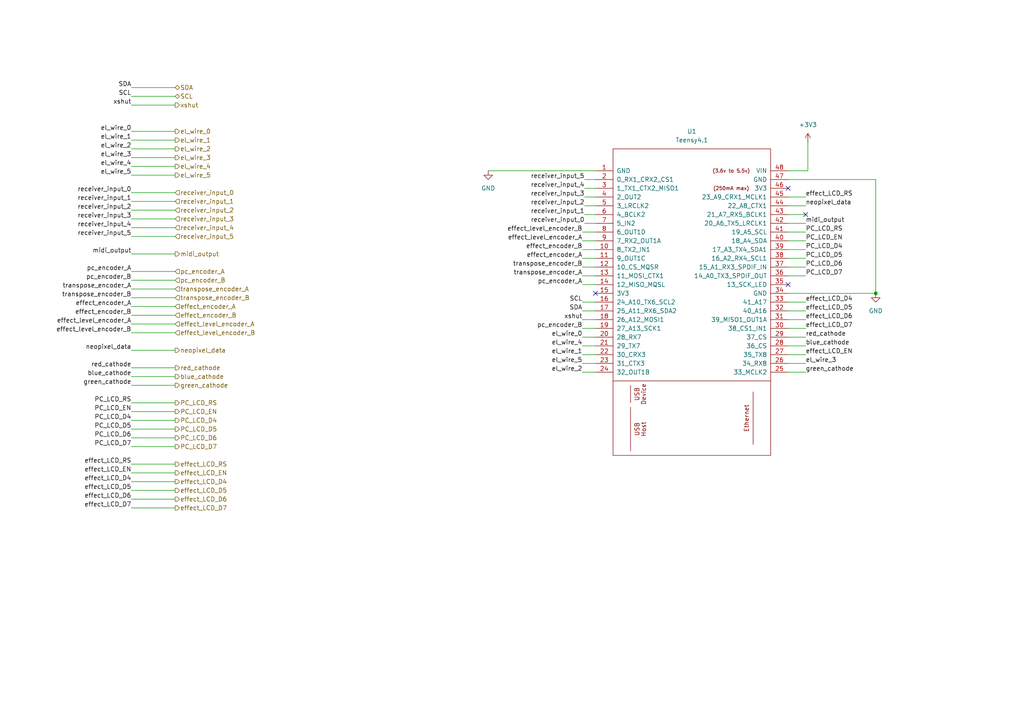
<source format=kicad_sch>
(kicad_sch (version 20211123) (generator eeschema)
  (paper "A4")
  (lib_symbols
    (symbol "power:+3V3" (power) (pin_names (offset 0))
      (property "Value" "+3V3" (at 0 3.556 0))
      (symbol "+3V3_0_1"
        (polyline (pts (xy -0.762 1.27) (xy 0 2.54)))
        (polyline (pts (xy 0 0) (xy 0 2.54)))
        (polyline (pts (xy 0 2.54) (xy 0.762 1.27)))
      )
      (symbol "+3V3_1_1"
        (pin power_in line (at 0 0 90) (length 0) hide (name "+3V3") (number "1"))
      )
    )
    (symbol "power:GND" (power) (pin_names (offset 0))
      (property "Value" "GND" (at 0 -3.81 0))
      (symbol "GND_0_1"
        (polyline (pts (xy 0 0) (xy 0 -1.27) (xy 1.27 -1.27) (xy 0 -2.54) (xy -1.27 -1.27) (xy 0 -1.27)))
      )
      (symbol "GND_1_1"
        (pin power_in line (at 0 0 270) (length 0) hide (name "GND") (number "1"))
      )
    )
    (symbol "teensy:Teensy4.1" (pin_names (offset 1.016))
      (property "Reference" "U" (at 0 64.77 0))
      (property "Value" "Teensy4.1" (at 0 62.23 0))
      (symbol "Teensy4.1_0_0"
        (polyline (pts (xy -22.86 -6.35) (xy 22.86 -6.35)))
        (polyline (pts (xy -17.78 -26.67) (xy -17.78 -13.97)))
        (polyline (pts (xy -17.78 -7.62) (xy -17.78 -12.7)))
        (polyline (pts (xy 17.78 -9.525) (xy 17.78 -24.765)))
        (text "(250mA max)" (at 11.43 49.53 0) (effects (font (size 1.016 1.016))))
        (text "(3.6v to 5.5v)" (at 11.43 54.61 0) (effects (font (size 1.016 1.016))))
        (text "Device" (at -13.97 -10.16 900) (effects (font (size 1.27 1.27))))
        (text "Ethernet" (at 15.875 -17.145 900) (effects (font (size 1.27 1.27))))
        (text "Host" (at -13.97 -20.32 900) (effects (font (size 1.27 1.27))))
        (text "USB" (at -15.875 -20.32 900) (effects (font (size 1.27 1.27))))
        (text "USB" (at -15.875 -10.16 900) (effects (font (size 1.27 1.27))))
        (pin bidirectional line (at -27.94 31.75 0) (length 5.08) (name "8_TX2_IN1") (number "10"))
        (pin bidirectional line (at -27.94 29.21 0) (length 5.08) (name "9_OUT1C") (number "11"))
        (pin bidirectional line (at -27.94 26.67 0) (length 5.08) (name "10_CS_MQSR") (number "12"))
        (pin bidirectional line (at -27.94 24.13 0) (length 5.08) (name "11_MOSI_CTX1") (number "13"))
        (pin bidirectional line (at -27.94 21.59 0) (length 5.08) (name "12_MISO_MQSL") (number "14"))
        (pin power_in line (at -27.94 19.05 0) (length 5.08) (name "3V3") (number "15"))
        (pin bidirectional line (at -27.94 16.51 0) (length 5.08) (name "24_A10_TX6_SCL2") (number "16"))
        (pin bidirectional line (at -27.94 13.97 0) (length 5.08) (name "25_A11_RX6_SDA2") (number "17"))
        (pin bidirectional line (at -27.94 11.43 0) (length 5.08) (name "26_A12_MOSI1") (number "18"))
        (pin bidirectional line (at -27.94 8.89 0) (length 5.08) (name "27_A13_SCK1") (number "19"))
        (pin bidirectional line (at -27.94 6.35 0) (length 5.08) (name "28_RX7") (number "20"))
        (pin bidirectional line (at -27.94 3.81 0) (length 5.08) (name "29_TX7") (number "21"))
        (pin bidirectional line (at -27.94 1.27 0) (length 5.08) (name "30_CRX3") (number "22"))
        (pin bidirectional line (at -27.94 -1.27 0) (length 5.08) (name "31_CTX3") (number "23"))
        (pin bidirectional line (at -27.94 -3.81 0) (length 5.08) (name "32_OUT1B") (number "24"))
        (pin bidirectional line (at 27.94 -3.81 180) (length 5.08) (name "33_MCLK2") (number "25"))
        (pin bidirectional line (at 27.94 -1.27 180) (length 5.08) (name "34_RX8") (number "26"))
        (pin bidirectional line (at 27.94 1.27 180) (length 5.08) (name "35_TX8") (number "27"))
        (pin bidirectional line (at 27.94 3.81 180) (length 5.08) (name "36_CS") (number "28"))
        (pin bidirectional line (at 27.94 6.35 180) (length 5.08) (name "37_CS") (number "29"))
        (pin bidirectional line (at 27.94 8.89 180) (length 5.08) (name "38_CS1_IN1") (number "30"))
        (pin bidirectional line (at 27.94 11.43 180) (length 5.08) (name "39_MISO1_OUT1A") (number "31"))
        (pin bidirectional line (at 27.94 13.97 180) (length 5.08) (name "40_A16") (number "32"))
        (pin bidirectional line (at 27.94 16.51 180) (length 5.08) (name "41_A17") (number "33"))
        (pin bidirectional line (at 27.94 21.59 180) (length 5.08) (name "13_SCK_LED") (number "35"))
        (pin bidirectional line (at 27.94 24.13 180) (length 5.08) (name "14_A0_TX3_SPDIF_OUT") (number "36"))
        (pin bidirectional line (at 27.94 26.67 180) (length 5.08) (name "15_A1_RX3_SPDIF_IN") (number "37"))
        (pin bidirectional line (at 27.94 29.21 180) (length 5.08) (name "16_A2_RX4_SCL1") (number "38"))
        (pin bidirectional line (at 27.94 31.75 180) (length 5.08) (name "17_A3_TX4_SDA1") (number "39"))
        (pin bidirectional line (at 27.94 34.29 180) (length 5.08) (name "18_A4_SDA") (number "40"))
        (pin bidirectional line (at 27.94 36.83 180) (length 5.08) (name "19_A5_SCL") (number "41"))
        (pin bidirectional line (at 27.94 39.37 180) (length 5.08) (name "20_A6_TX5_LRCLK1") (number "42"))
        (pin bidirectional line (at 27.94 41.91 180) (length 5.08) (name "21_A7_RX5_BCLK1") (number "43"))
        (pin bidirectional line (at 27.94 44.45 180) (length 5.08) (name "22_A8_CTX1") (number "44"))
        (pin bidirectional line (at 27.94 46.99 180) (length 5.08) (name "23_A9_CRX1_MCLK1") (number "45"))
        (pin power_out line (at 27.94 49.53 180) (length 5.08) (name "3V3") (number "46"))
        (pin power_in line (at 27.94 52.07 180) (length 5.08) (name "GND") (number "47"))
        (pin power_in line (at 27.94 54.61 180) (length 5.08) (name "VIN") (number "48"))
        (pin bidirectional line (at -27.94 44.45 0) (length 5.08) (name "3_LRCLK2") (number "5"))
        (pin bidirectional line (at -27.94 41.91 0) (length 5.08) (name "4_BCLK2") (number "6"))
        (pin bidirectional line (at -27.94 39.37 0) (length 5.08) (name "5_IN2") (number "7"))
        (pin bidirectional line (at -27.94 36.83 0) (length 5.08) (name "6_OUT1D") (number "8"))
        (pin bidirectional line (at -27.94 34.29 0) (length 5.08) (name "7_RX2_OUT1A") (number "9"))
      )
      (symbol "Teensy4.1_0_1"
        (rectangle (start -22.86 60.96) (end 22.86 -27.94))
        (rectangle (start -20.32 -1.27) (end -20.32 -1.27))
      )
      (symbol "Teensy4.1_1_1"
        (pin power_in line (at -27.94 54.61 0) (length 5.08) (name "GND") (number "1"))
        (pin bidirectional line (at -27.94 52.07 0) (length 5.08) (name "0_RX1_CRX2_CS1") (number "2"))
        (pin bidirectional line (at -27.94 49.53 0) (length 5.08) (name "1_TX1_CTX2_MISO1") (number "3"))
        (pin power_in line (at 27.94 19.05 180) (length 5.08) (name "GND") (number "34"))
        (pin bidirectional line (at -27.94 46.99 0) (length 5.08) (name "2_OUT2") (number "4"))
      )
    )
  )
  (junction (at 254 85.09))
  (no_connect (at 233.68 62.23))
  (no_connect (at 172.72 85.09))
  (no_connect (at 228.6 54.61))
  (no_connect (at 228.6 82.55))
  (wire (pts (xy 38.1 81.28) (xy 50.8 81.28)))
  (wire (pts (xy 228.6 64.77) (xy 233.68 64.77)))
  (wire (pts (xy 38.1 55.88) (xy 50.8 55.88)))
  (wire (pts (xy 38.1 124.46) (xy 50.8 124.46)))
  (wire (pts (xy 228.6 87.63) (xy 233.68 87.63)))
  (wire (pts (xy 228.6 62.23) (xy 233.68 62.23)))
  (wire (pts (xy 38.1 129.54) (xy 50.8 129.54)))
  (wire (pts (xy 38.1 78.74) (xy 50.8 78.74)))
  (wire (pts (xy 38.1 127) (xy 50.8 127)))
  (wire (pts (xy 38.1 109.22) (xy 50.8 109.22)))
  (wire (pts (xy 234.315 49.53) (xy 234.315 41.275)))
  (wire (pts (xy 168.91 95.25) (xy 172.72 95.25)))
  (wire (pts (xy 228.6 67.31) (xy 233.68 67.31)))
  (wire (pts (xy 169.545 62.23) (xy 172.72 62.23)))
  (wire (pts (xy 38.1 27.94) (xy 50.8 27.94)))
  (wire (pts (xy 228.6 85.09) (xy 254 85.09)))
  (wire (pts (xy 228.6 105.41) (xy 233.68 105.41)))
  (wire (pts (xy 38.1 63.5) (xy 50.8 63.5)))
  (wire (pts (xy 38.1 40.64) (xy 50.8 40.64)))
  (wire (pts (xy 228.6 97.79) (xy 233.68 97.79)))
  (wire (pts (xy 38.1 119.38) (xy 50.8 119.38)))
  (wire (pts (xy 228.6 95.25) (xy 233.68 95.25)))
  (wire (pts (xy 228.6 57.15) (xy 233.68 57.15)))
  (wire (pts (xy 38.1 73.66) (xy 50.8 73.66)))
  (wire (pts (xy 38.1 48.26) (xy 50.8 48.26)))
  (wire (pts (xy 168.91 69.85) (xy 172.72 69.85)))
  (wire (pts (xy 254 52.07) (xy 254 85.09)))
  (wire (pts (xy 38.1 38.1) (xy 50.8 38.1)))
  (wire (pts (xy 228.6 59.69) (xy 233.68 59.69)))
  (wire (pts (xy 38.1 134.62) (xy 50.8 134.62)))
  (wire (pts (xy 228.6 80.01) (xy 233.68 80.01)))
  (wire (pts (xy 38.1 142.24) (xy 50.8 142.24)))
  (wire (pts (xy 38.1 91.44) (xy 50.8 91.44)))
  (wire (pts (xy 168.91 105.41) (xy 172.72 105.41)))
  (wire (pts (xy 228.6 90.17) (xy 233.68 90.17)))
  (wire (pts (xy 228.6 102.87) (xy 233.68 102.87)))
  (wire (pts (xy 38.1 93.98) (xy 50.8 93.98)))
  (wire (pts (xy 168.91 80.01) (xy 172.72 80.01)))
  (wire (pts (xy 38.1 66.04) (xy 50.8 66.04)))
  (wire (pts (xy 38.1 96.52) (xy 50.8 96.52)))
  (wire (pts (xy 228.6 72.39) (xy 233.68 72.39)))
  (wire (pts (xy 169.545 64.77) (xy 172.72 64.77)))
  (wire (pts (xy 38.1 106.68) (xy 50.8 106.68)))
  (wire (pts (xy 38.1 144.78) (xy 50.8 144.78)))
  (wire (pts (xy 169.545 52.07) (xy 172.72 52.07)))
  (wire (pts (xy 141.605 49.53) (xy 172.72 49.53)))
  (wire (pts (xy 38.1 101.6) (xy 50.8 101.6)))
  (wire (pts (xy 228.6 49.53) (xy 234.315 49.53)))
  (wire (pts (xy 38.1 68.58) (xy 50.8 68.58)))
  (wire (pts (xy 168.91 100.33) (xy 172.72 100.33)))
  (wire (pts (xy 168.91 107.95) (xy 172.72 107.95)))
  (wire (pts (xy 228.6 69.85) (xy 233.68 69.85)))
  (wire (pts (xy 169.545 54.61) (xy 172.72 54.61)))
  (wire (pts (xy 228.6 52.07) (xy 254 52.07)))
  (wire (pts (xy 169.545 57.15) (xy 172.72 57.15)))
  (wire (pts (xy 38.1 43.18) (xy 50.8 43.18)))
  (wire (pts (xy 168.91 102.87) (xy 172.72 102.87)))
  (wire (pts (xy 38.1 60.96) (xy 50.8 60.96)))
  (wire (pts (xy 168.91 82.55) (xy 172.72 82.55)))
  (wire (pts (xy 168.91 72.39) (xy 172.72 72.39)))
  (wire (pts (xy 38.1 86.36) (xy 50.8 86.36)))
  (wire (pts (xy 38.1 139.7) (xy 50.8 139.7)))
  (wire (pts (xy 38.1 83.82) (xy 50.8 83.82)))
  (wire (pts (xy 38.1 147.32) (xy 50.8 147.32)))
  (wire (pts (xy 228.6 77.47) (xy 233.68 77.47)))
  (wire (pts (xy 228.6 92.71) (xy 233.68 92.71)))
  (wire (pts (xy 168.91 67.31) (xy 172.72 67.31)))
  (wire (pts (xy 168.91 74.93) (xy 172.72 74.93)))
  (wire (pts (xy 228.6 107.95) (xy 233.68 107.95)))
  (wire (pts (xy 38.1 116.84) (xy 50.8 116.84)))
  (wire (pts (xy 168.91 90.17) (xy 172.72 90.17)))
  (wire (pts (xy 38.1 25.4) (xy 50.8 25.4)))
  (wire (pts (xy 38.1 137.16) (xy 50.8 137.16)))
  (wire (pts (xy 38.1 88.9) (xy 50.8 88.9)))
  (wire (pts (xy 38.1 111.76) (xy 50.8 111.76)))
  (wire (pts (xy 38.1 45.72) (xy 50.8 45.72)))
  (wire (pts (xy 228.6 100.33) (xy 233.68 100.33)))
  (wire (pts (xy 168.91 92.71) (xy 172.72 92.71)))
  (wire (pts (xy 38.1 50.8) (xy 50.8 50.8)))
  (wire (pts (xy 38.1 58.42) (xy 50.8 58.42)))
  (wire (pts (xy 228.6 74.93) (xy 233.68 74.93)))
  (wire (pts (xy 168.91 77.47) (xy 172.72 77.47)))
  (wire (pts (xy 168.91 87.63) (xy 172.72 87.63)))
  (wire (pts (xy 38.1 30.48) (xy 50.8 30.48)))
  (wire (pts (xy 38.1 121.92) (xy 50.8 121.92)))
  (wire (pts (xy 168.91 97.79) (xy 172.72 97.79)))
  (wire (pts (xy 169.545 59.69) (xy 172.72 59.69)))
  (label "receiver_input_2" (at 38.1 60.96 180))
  (label "receiver_input_0" (at 169.545 64.77 180))
  (label "midi_output" (at 233.68 64.77 0))
  (label "PC_LCD_D5" (at 233.68 74.93 0))
  (label "effect_LCD_RS" (at 233.68 57.15 0))
  (label "effect_LCD_D7" (at 38.1 147.32 180))
  (label "receiver_input_1" (at 169.545 62.23 180))
  (label "el_wire_5" (at 38.1 50.8 180))
  (label "effect_level_encoder_A" (at 168.91 69.85 180))
  (label "transpose_encoder_A" (at 168.91 80.01 180))
  (label "receiver_input_4" (at 38.1 66.04 180))
  (label "blue_cathode" (at 38.1 109.22 180))
  (label "transpose_encoder_B" (at 168.91 77.47 180))
  (label "el_wire_0" (at 168.91 97.79 180))
  (label "PC_LCD_D7" (at 233.68 80.01 0))
  (label "receiver_input_2" (at 169.545 59.69 180))
  (label "effect_encoder_A" (at 168.91 74.93 180))
  (label "xshut" (at 168.91 92.71 180))
  (label "effect_level_encoder_A" (at 38.1 93.98 180))
  (label "red_cathode" (at 233.68 97.79 0))
  (label "midi_output" (at 38.1 73.66 180))
  (label "el_wire_0" (at 38.1 38.1 180))
  (label "receiver_input_5" (at 38.1 68.58 180))
  (label "pc_encoder_B" (at 168.91 95.25 180))
  (label "pc_encoder_A" (at 38.1 78.74 180))
  (label "receiver_input_3" (at 169.545 57.15 180))
  (label "PC_LCD_D4" (at 38.1 121.92 180))
  (label "SCL" (at 168.91 87.63 180))
  (label "effect_LCD_D5" (at 233.68 90.17 0))
  (label "effect_LCD_RS" (at 38.1 134.62 180))
  (label "green_cathode" (at 233.68 107.95 0))
  (label "SCL" (at 38.1 27.94 180))
  (label "effect_LCD_D5" (at 38.1 142.24 180))
  (label "effect_LCD_D6" (at 233.68 92.71 0))
  (label "SDA" (at 168.91 90.17 180))
  (label "el_wire_1" (at 38.1 40.64 180))
  (label "receiver_input_1" (at 38.1 58.42 180))
  (label "effect_LCD_D4" (at 233.68 87.63 0))
  (label "effect_LCD_EN" (at 38.1 137.16 180))
  (label "effect_LCD_D6" (at 38.1 144.78 180))
  (label "el_wire_3" (at 233.68 105.41 0))
  (label "effect_encoder_B" (at 168.91 72.39 180))
  (label "PC_LCD_D5" (at 38.1 124.46 180))
  (label "receiver_input_0" (at 38.1 55.88 180))
  (label "effect_level_encoder_B" (at 38.1 96.52 180))
  (label "effect_LCD_EN" (at 233.68 102.87 0))
  (label "PC_LCD_D4" (at 233.68 72.39 0))
  (label "receiver_input_5" (at 169.545 52.07 180))
  (label "PC_LCD_D6" (at 38.1 127 180))
  (label "effect_level_encoder_B" (at 168.91 67.31 180))
  (label "el_wire_4" (at 168.91 100.33 180))
  (label "el_wire_3" (at 38.1 45.72 180))
  (label "effect_encoder_B" (at 38.1 91.44 180))
  (label "pc_encoder_A" (at 168.91 82.55 180))
  (label "el_wire_4" (at 38.1 48.26 180))
  (label "transpose_encoder_B" (at 38.1 86.36 180))
  (label "neopixel_data" (at 233.68 59.69 0))
  (label "SDA" (at 38.1 25.4 180))
  (label "el_wire_2" (at 38.1 43.18 180))
  (label "PC_LCD_RS" (at 233.68 67.31 0))
  (label "red_cathode" (at 38.1 106.68 180))
  (label "receiver_input_3" (at 38.1 63.5 180))
  (label "PC_LCD_D6" (at 233.68 77.47 0))
  (label "receiver_input_4" (at 169.545 54.61 180))
  (label "PC_LCD_RS" (at 38.1 116.84 180))
  (label "green_cathode" (at 38.1 111.76 180))
  (label "effect_encoder_A" (at 38.1 88.9 180))
  (label "PC_LCD_EN" (at 38.1 119.38 180))
  (label "transpose_encoder_A" (at 38.1 83.82 180))
  (label "blue_cathode" (at 233.68 100.33 0))
  (label "PC_LCD_EN" (at 233.68 69.85 0))
  (label "el_wire_1" (at 168.91 102.87 180))
  (label "neopixel_data" (at 38.1 101.6 180))
  (label "xshut" (at 38.1 30.48 180))
  (label "el_wire_5" (at 168.91 105.41 180))
  (label "effect_LCD_D4" (at 38.1 139.7 180))
  (label "pc_encoder_B" (at 38.1 81.28 180))
  (label "effect_LCD_D7" (at 233.68 95.25 0))
  (label "el_wire_2" (at 168.91 107.95 180))
  (label "PC_LCD_D7" (at 38.1 129.54 180))
  (hierarchical_label "effect_level_encoder_B" (shape input) (at 50.8 96.52 0))
  (hierarchical_label "green_cathode" (shape output) (at 50.8 111.76 0))
  (hierarchical_label "PC_LCD_D4" (shape output) (at 50.8 121.92 0))
  (hierarchical_label "red_cathode" (shape output) (at 50.8 106.68 0))
  (hierarchical_label "blue_cathode" (shape output) (at 50.8 109.22 0))
  (hierarchical_label "PC_LCD_D7" (shape output) (at 50.8 129.54 0))
  (hierarchical_label "effect_encoder_B" (shape input) (at 50.8 91.44 0))
  (hierarchical_label "el_wire_3" (shape output) (at 50.8 45.72 0))
  (hierarchical_label "receiver_input_1" (shape input) (at 50.8 58.42 0))
  (hierarchical_label "receiver_input_2" (shape input) (at 50.8 60.96 0))
  (hierarchical_label "effect_level_encoder_A" (shape input) (at 50.8 93.98 0))
  (hierarchical_label "pc_encoder_B" (shape input) (at 50.8 81.28 0))
  (hierarchical_label "receiver_input_4" (shape input) (at 50.8 66.04 0))
  (hierarchical_label "transpose_encoder_A" (shape input) (at 50.8 83.82 0))
  (hierarchical_label "effect_LCD_D6" (shape output) (at 50.8 144.78 0))
  (hierarchical_label "xshut" (shape output) (at 50.8 30.48 0))
  (hierarchical_label "midi_output" (shape output) (at 50.8 73.66 0))
  (hierarchical_label "el_wire_1" (shape output) (at 50.8 40.64 0))
  (hierarchical_label "neopixel_data" (shape output) (at 50.8 101.6 0))
  (hierarchical_label "PC_LCD_D5" (shape output) (at 50.8 124.46 0))
  (hierarchical_label "effect_LCD_RS" (shape output) (at 50.8 134.62 0))
  (hierarchical_label "effect_LCD_D7" (shape output) (at 50.8 147.32 0))
  (hierarchical_label "pc_encoder_A" (shape input) (at 50.8 78.74 0))
  (hierarchical_label "receiver_input_0" (shape input) (at 50.8 55.88 0))
  (hierarchical_label "SDA" (shape bidirectional) (at 50.8 25.4 0))
  (hierarchical_label "receiver_input_5" (shape input) (at 50.8 68.58 0))
  (hierarchical_label "effect_encoder_A" (shape input) (at 50.8 88.9 0))
  (hierarchical_label "effect_LCD_D5" (shape output) (at 50.8 142.24 0))
  (hierarchical_label "PC_LCD_RS" (shape output) (at 50.8 116.84 0))
  (hierarchical_label "el_wire_2" (shape output) (at 50.8 43.18 0))
  (hierarchical_label "el_wire_4" (shape output) (at 50.8 48.26 0))
  (hierarchical_label "effect_LCD_D4" (shape output) (at 50.8 139.7 0))
  (hierarchical_label "receiver_input_3" (shape input) (at 50.8 63.5 0))
  (hierarchical_label "transpose_encoder_B" (shape input) (at 50.8 86.36 0))
  (hierarchical_label "el_wire_0" (shape output) (at 50.8 38.1 0))
  (hierarchical_label "PC_LCD_EN" (shape output) (at 50.8 119.38 0))
  (hierarchical_label "el_wire_5" (shape output) (at 50.8 50.8 0))
  (hierarchical_label "effect_LCD_EN" (shape output) (at 50.8 137.16 0))
  (hierarchical_label "PC_LCD_D6" (shape output) (at 50.8 127 0))
  (hierarchical_label "SCL" (shape bidirectional) (at 50.8 27.94 0))
  (symbol (lib_id "power:GND") (at 141.605 49.53 0) (unit 1)
    (property "Reference" "#PWR0143" (effects hide))
    (property "Value" "GND" (at 141.605 54.61 0))
  )
  (symbol (lib_id "power:GND") (at 254 85.09 0) (unit 1)
    (property "Reference" "#PWR0144" (effects hide))
    (property "Value" "GND" (at 254 90.17 0))
  )
  (symbol (lib_id "teensy:Teensy4.1") (at 200.66 104.14 0) (unit 1)
    (property "Reference" "U1" (at 200.66 38.1 0))
    (property "Value" "Teensy4.1" (at 200.66 40.64 0))
    (property "Footprint" "teensy:Teensy41" (effects hide))
  )
  (symbol (lib_id "power:+3V3") (at 234.315 41.275 0) (unit 1)
    (property "Reference" "#PWR026" (effects hide))
    (property "Value" "+3V3" (at 234.315 36.195 0))
  )
)
</source>
